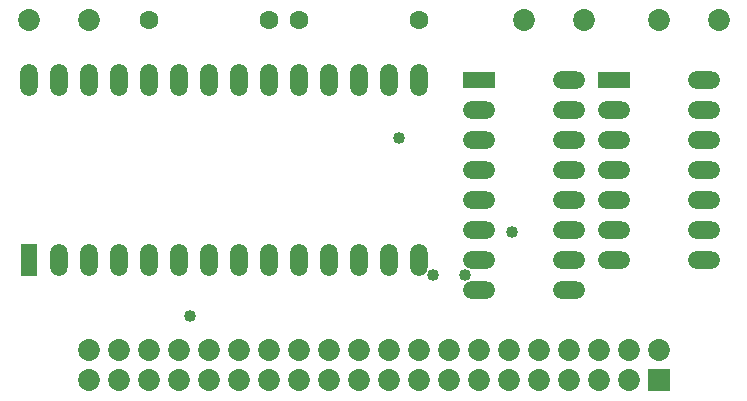
<source format=gts>
%FSLAX24Y24*%
%MOIN*%
G70*
G01*
G75*
G04 Layer_Color=8388736*
%ADD10C,0.0080*%
%ADD11O,0.1000X0.0500*%
%ADD12R,0.1000X0.0500*%
%ADD13C,0.0551*%
%ADD14C,0.0650*%
%ADD15R,0.0500X0.1000*%
%ADD16O,0.0500X0.1000*%
%ADD17R,0.0650X0.0650*%
%ADD18C,0.0320*%
%ADD19C,0.0100*%
%ADD20C,0.0079*%
%ADD21O,0.1080X0.0580*%
%ADD22R,0.1080X0.0580*%
%ADD23C,0.0631*%
%ADD24C,0.0730*%
%ADD25R,0.0580X0.1080*%
%ADD26O,0.0580X0.1080*%
%ADD27R,0.0730X0.0730*%
%ADD28C,0.0400*%
D21*
X43500Y35000D02*
D03*
Y36000D02*
D03*
Y37000D02*
D03*
Y38000D02*
D03*
Y39000D02*
D03*
Y40000D02*
D03*
Y41000D02*
D03*
X40500Y35000D02*
D03*
Y36000D02*
D03*
Y37000D02*
D03*
Y38000D02*
D03*
Y39000D02*
D03*
Y40000D02*
D03*
X36000D02*
D03*
Y39000D02*
D03*
Y38000D02*
D03*
Y37000D02*
D03*
Y34000D02*
D03*
X39000Y41000D02*
D03*
Y40000D02*
D03*
Y39000D02*
D03*
Y38000D02*
D03*
Y37000D02*
D03*
Y36000D02*
D03*
Y35000D02*
D03*
Y34000D02*
D03*
X36000Y36000D02*
D03*
Y35000D02*
D03*
D22*
X40500Y41000D02*
D03*
X36000D02*
D03*
D23*
X29000Y43000D02*
D03*
X25000D02*
D03*
X30000D02*
D03*
X34000D02*
D03*
D24*
X21000D02*
D03*
X23000D02*
D03*
X37500D02*
D03*
X39500D02*
D03*
X42000D02*
D03*
X44000D02*
D03*
X23000Y31000D02*
D03*
X24000D02*
D03*
X25000D02*
D03*
X26000D02*
D03*
X27000D02*
D03*
X28000D02*
D03*
X29000D02*
D03*
X30000D02*
D03*
X31000D02*
D03*
X32000D02*
D03*
X33000D02*
D03*
X34000D02*
D03*
X35000D02*
D03*
X36000D02*
D03*
X37000D02*
D03*
X38000D02*
D03*
X39000D02*
D03*
X40000D02*
D03*
X41000D02*
D03*
X23000Y32000D02*
D03*
X24000D02*
D03*
X25000D02*
D03*
X26000D02*
D03*
X27000D02*
D03*
X28000D02*
D03*
X29000D02*
D03*
X30000D02*
D03*
X31000D02*
D03*
X32000D02*
D03*
X33000D02*
D03*
X34000D02*
D03*
X35000D02*
D03*
X36000D02*
D03*
X37000D02*
D03*
X38000D02*
D03*
X39000D02*
D03*
X40000D02*
D03*
X41000D02*
D03*
X42000D02*
D03*
D25*
X21000Y35000D02*
D03*
D26*
X22000D02*
D03*
X23000D02*
D03*
X24000D02*
D03*
X25000D02*
D03*
X26000D02*
D03*
X27000D02*
D03*
X28000D02*
D03*
X29000D02*
D03*
X30000D02*
D03*
X31000D02*
D03*
X32000D02*
D03*
X33000D02*
D03*
X34000D02*
D03*
X21000Y41000D02*
D03*
X22000D02*
D03*
X23000D02*
D03*
X24000D02*
D03*
X25000D02*
D03*
X26000D02*
D03*
X27000D02*
D03*
X28000D02*
D03*
X29000D02*
D03*
X30000D02*
D03*
X31000D02*
D03*
X32000D02*
D03*
X33000D02*
D03*
X34000D02*
D03*
D27*
X42000Y31000D02*
D03*
D28*
X33340Y39090D02*
D03*
X35540Y34530D02*
D03*
X34490Y34520D02*
D03*
X26370Y33160D02*
D03*
X37100Y35940D02*
D03*
M02*

</source>
